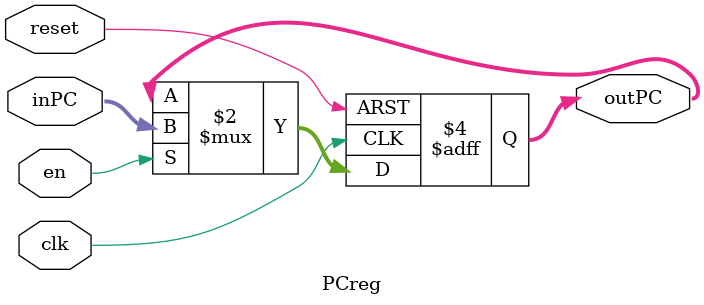
<source format=sv>
module PCreg #	(	parameter N = 8) (	input logic clk, reset, en,
													input logic [N-1:0] inPC,
													output logic [N-1:0] outPC);
	
always_ff @(posedge clk, posedge reset) begin
	
	if (reset) outPC <= 0;
	
	else if (en) outPC <= inPC;
	
	end
	
endmodule
</source>
